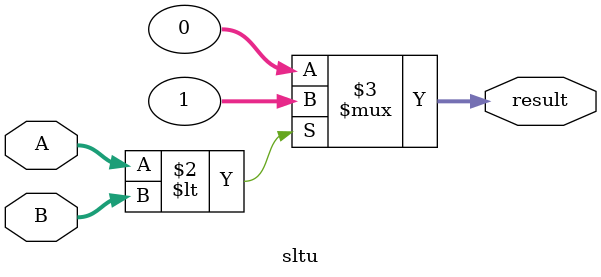
<source format=v>
module sltu (
    input [31:0] A,
    input [31:0] B,
    output reg [31:0] result
);
    // nao complemento de 2
    always @(*) begin
        result <= A < B ? 1:0;
    end
endmodule
</source>
